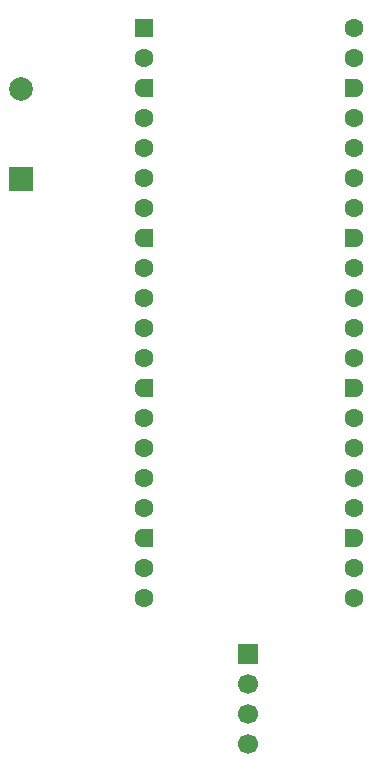
<source format=gbr>
%TF.GenerationSoftware,KiCad,Pcbnew,9.0.2*%
%TF.CreationDate,2025-06-22T19:03:17+05:30*%
%TF.ProjectId,rpiblindstick,72706962-6c69-46e6-9473-7469636b2e6b,rev?*%
%TF.SameCoordinates,Original*%
%TF.FileFunction,Soldermask,Bot*%
%TF.FilePolarity,Negative*%
%FSLAX46Y46*%
G04 Gerber Fmt 4.6, Leading zero omitted, Abs format (unit mm)*
G04 Created by KiCad (PCBNEW 9.0.2) date 2025-06-22 19:03:17*
%MOMM*%
%LPD*%
G01*
G04 APERTURE LIST*
G04 Aperture macros list*
%AMRoundRect*
0 Rectangle with rounded corners*
0 $1 Rounding radius*
0 $2 $3 $4 $5 $6 $7 $8 $9 X,Y pos of 4 corners*
0 Add a 4 corners polygon primitive as box body*
4,1,4,$2,$3,$4,$5,$6,$7,$8,$9,$2,$3,0*
0 Add four circle primitives for the rounded corners*
1,1,$1+$1,$2,$3*
1,1,$1+$1,$4,$5*
1,1,$1+$1,$6,$7*
1,1,$1+$1,$8,$9*
0 Add four rect primitives between the rounded corners*
20,1,$1+$1,$2,$3,$4,$5,0*
20,1,$1+$1,$4,$5,$6,$7,0*
20,1,$1+$1,$6,$7,$8,$9,0*
20,1,$1+$1,$8,$9,$2,$3,0*%
%AMFreePoly0*
4,1,37,0.603843,0.796157,0.639018,0.796157,0.711114,0.766294,0.766294,0.711114,0.796157,0.639018,0.796157,0.603843,0.800000,0.600000,0.800000,-0.600000,0.796157,-0.603843,0.796157,-0.639018,0.766294,-0.711114,0.711114,-0.766294,0.639018,-0.796157,0.603843,-0.796157,0.600000,-0.800000,0.000000,-0.800000,0.000000,-0.796148,-0.078414,-0.796148,-0.232228,-0.765552,-0.377117,-0.705537,
-0.507515,-0.618408,-0.618408,-0.507515,-0.705537,-0.377117,-0.765552,-0.232228,-0.796148,-0.078414,-0.796148,0.078414,-0.765552,0.232228,-0.705537,0.377117,-0.618408,0.507515,-0.507515,0.618408,-0.377117,0.705537,-0.232228,0.765552,-0.078414,0.796148,0.000000,0.796148,0.000000,0.800000,0.600000,0.800000,0.603843,0.796157,0.603843,0.796157,$1*%
%AMFreePoly1*
4,1,37,0.000000,0.796148,0.078414,0.796148,0.232228,0.765552,0.377117,0.705537,0.507515,0.618408,0.618408,0.507515,0.705537,0.377117,0.765552,0.232228,0.796148,0.078414,0.796148,-0.078414,0.765552,-0.232228,0.705537,-0.377117,0.618408,-0.507515,0.507515,-0.618408,0.377117,-0.705537,0.232228,-0.765552,0.078414,-0.796148,0.000000,-0.796148,0.000000,-0.800000,-0.600000,-0.800000,
-0.603843,-0.796157,-0.639018,-0.796157,-0.711114,-0.766294,-0.766294,-0.711114,-0.796157,-0.639018,-0.796157,-0.603843,-0.800000,-0.600000,-0.800000,0.600000,-0.796157,0.603843,-0.796157,0.639018,-0.766294,0.711114,-0.711114,0.766294,-0.639018,0.796157,-0.603843,0.796157,-0.600000,0.800000,0.000000,0.800000,0.000000,0.796148,0.000000,0.796148,$1*%
G04 Aperture macros list end*
%ADD10R,1.700000X1.700000*%
%ADD11C,1.700000*%
%ADD12RoundRect,0.200000X-0.600000X-0.600000X0.600000X-0.600000X0.600000X0.600000X-0.600000X0.600000X0*%
%ADD13C,1.600000*%
%ADD14FreePoly0,0.000000*%
%ADD15FreePoly1,0.000000*%
%ADD16R,2.000000X2.000000*%
%ADD17C,2.000000*%
G04 APERTURE END LIST*
D10*
%TO.C,J1*%
X132250000Y-133710000D03*
D11*
X132250000Y-136250000D03*
X132250000Y-138790000D03*
X132250000Y-141330000D03*
%TD*%
D12*
%TO.C,A1*%
X123470000Y-80740000D03*
D13*
X123470000Y-83280000D03*
D14*
X123470000Y-85820000D03*
D13*
X123470000Y-88360000D03*
X123470000Y-90900000D03*
X123470000Y-93440000D03*
X123470000Y-95980000D03*
D14*
X123470000Y-98520000D03*
D13*
X123470000Y-101060000D03*
X123470000Y-103600000D03*
X123470000Y-106140000D03*
X123470000Y-108680000D03*
D14*
X123470000Y-111220000D03*
D13*
X123470000Y-113760000D03*
X123470000Y-116300000D03*
X123470000Y-118840000D03*
X123470000Y-121380000D03*
D14*
X123470000Y-123920000D03*
D13*
X123470000Y-126460000D03*
X123470000Y-129000000D03*
X141250000Y-129000000D03*
X141250000Y-126460000D03*
D15*
X141250000Y-123920000D03*
D13*
X141250000Y-121380000D03*
X141250000Y-118840000D03*
X141250000Y-116300000D03*
X141250000Y-113760000D03*
D15*
X141250000Y-111220000D03*
D13*
X141250000Y-108680000D03*
X141250000Y-106140000D03*
X141250000Y-103600000D03*
X141250000Y-101060000D03*
D15*
X141250000Y-98520000D03*
D13*
X141250000Y-95980000D03*
X141250000Y-93440000D03*
X141250000Y-90900000D03*
X141250000Y-88360000D03*
D15*
X141250000Y-85820000D03*
D13*
X141250000Y-83280000D03*
X141250000Y-80740000D03*
%TD*%
D16*
%TO.C,BZ1*%
X113000000Y-93550000D03*
D17*
X113000000Y-85950000D03*
%TD*%
M02*

</source>
